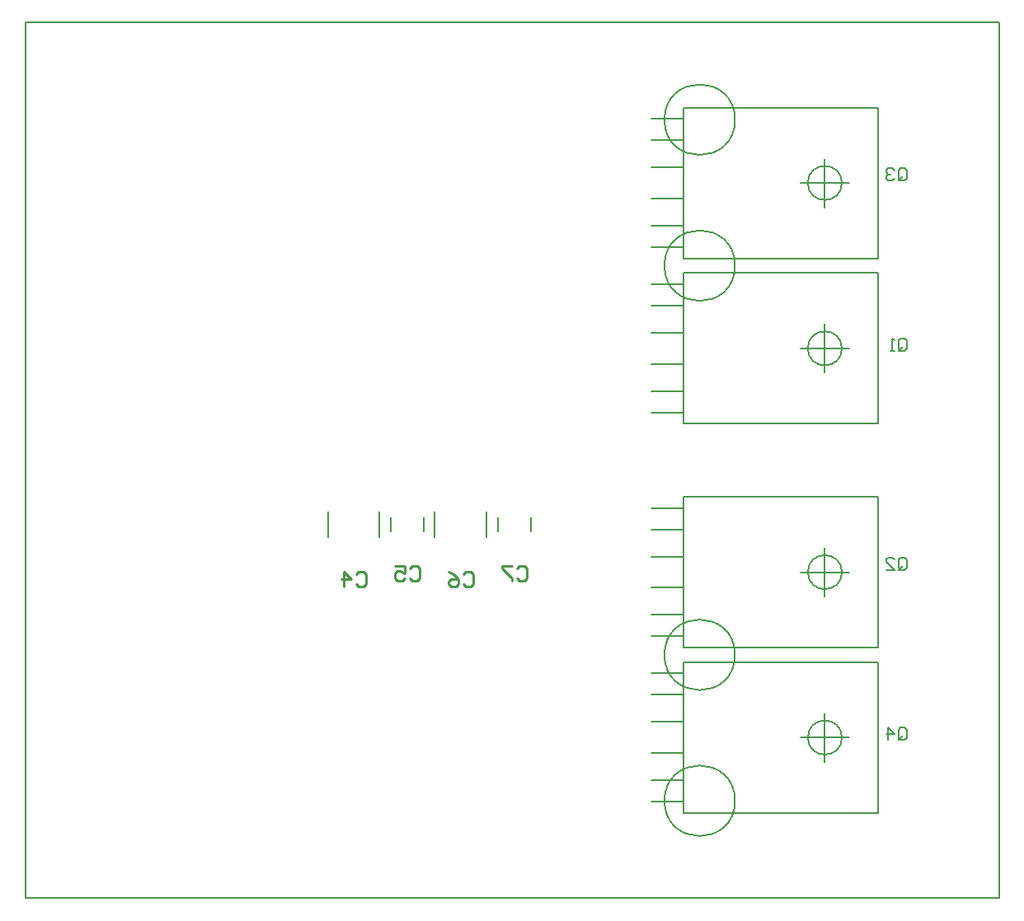
<source format=gbo>
G04 Layer_Color=32896*
%FSLAX25Y25*%
%MOIN*%
G70*
G01*
G75*
%ADD17C,0.00787*%
%ADD35C,0.01000*%
%ADD39C,0.00800*%
D17*
X330118Y45276D02*
G03*
X330118Y45276I-6890J0D01*
G01*
X286909Y-137795D02*
G03*
X286909Y-137795I-14272J0D01*
G01*
Y-78740D02*
G03*
X286909Y-78740I-14272J0D01*
G01*
Y78740D02*
G03*
X286909Y78740I-14272J0D01*
G01*
Y137795D02*
G03*
X286909Y137795I-14272J0D01*
G01*
X330118Y-112205D02*
G03*
X330118Y-112205I-6890J0D01*
G01*
Y-45276D02*
G03*
X330118Y-45276I-6890J0D01*
G01*
Y112205D02*
G03*
X330118Y112205I-6890J0D01*
G01*
X323228Y35433D02*
Y45276D01*
X313386D02*
X323228D01*
Y55118D01*
Y45276D02*
X333071D01*
X252953Y27953D02*
X266142D01*
X252953Y19291D02*
X266142D01*
Y27953D01*
X252953Y38976D02*
X266142D01*
X252953Y51575D02*
X266142D01*
Y38976D02*
Y51575D01*
X252953Y62598D02*
X266142D01*
X252953Y71260D02*
X266142D01*
Y62598D02*
Y71260D01*
X312093Y14764D02*
X334364D01*
X312093Y75787D02*
X334364D01*
X266142Y14764D02*
Y19291D01*
Y27953D02*
Y38976D01*
Y51575D02*
Y62598D01*
Y71260D02*
Y75787D01*
X344882Y14764D02*
Y75787D01*
X334364D02*
X344882D01*
X334364Y14764D02*
X344882D01*
X266142D02*
X312093D01*
X266142Y75787D02*
X312093D01*
X323228Y-122047D02*
Y-112205D01*
X313386D02*
X323228D01*
Y-102362D01*
Y-112205D02*
X333071D01*
X252953Y-129527D02*
X266142D01*
X252953Y-138189D02*
X266142D01*
Y-129527D01*
X252953Y-118504D02*
X266142D01*
X252953Y-105905D02*
X266142D01*
Y-118504D02*
Y-105905D01*
X252953Y-94882D02*
X266142D01*
X252953Y-86221D02*
X266142D01*
Y-94882D02*
Y-86221D01*
X312093Y-142717D02*
X334364D01*
X312093Y-81693D02*
X334364D01*
X266142Y-142717D02*
Y-138189D01*
Y-129527D02*
Y-118504D01*
Y-105905D02*
Y-94882D01*
Y-86221D02*
Y-81693D01*
X344882Y-142717D02*
Y-81693D01*
X334364D02*
X344882D01*
X334364Y-142717D02*
X344882D01*
X266142D02*
X312093D01*
X266142Y-81693D02*
X312093D01*
X323228Y-55118D02*
Y-45276D01*
X313386D02*
X323228D01*
Y-35433D01*
Y-45276D02*
X333071D01*
X252953Y-62598D02*
X266142D01*
X252953Y-71260D02*
X266142D01*
Y-62598D01*
X252953Y-51575D02*
X266142D01*
X252953Y-38976D02*
X266142D01*
Y-51575D02*
Y-38976D01*
X252953Y-27953D02*
X266142D01*
X252953Y-19291D02*
X266142D01*
Y-27953D02*
Y-19291D01*
X312093Y-75787D02*
X334364D01*
X312093Y-14764D02*
X334364D01*
X266142Y-75787D02*
Y-71260D01*
Y-62598D02*
Y-51575D01*
Y-38976D02*
Y-27953D01*
Y-19291D02*
Y-14764D01*
X344882Y-75787D02*
Y-14764D01*
X334364D02*
X344882D01*
X334364Y-75787D02*
X344882D01*
X266142D02*
X312093D01*
X266142Y-14764D02*
X312093D01*
X323228Y102362D02*
Y112205D01*
X313386D02*
X323228D01*
Y122047D01*
Y112205D02*
X333071D01*
X252953Y94882D02*
X266142D01*
X252953Y86221D02*
X266142D01*
Y94882D01*
X252953Y105905D02*
X266142D01*
X252953Y118504D02*
X266142D01*
Y105905D02*
Y118504D01*
X252953Y129528D02*
X266142D01*
X252953Y138189D02*
X266142D01*
Y129528D02*
Y138189D01*
X312093Y81693D02*
X334364D01*
X312093Y142717D02*
X334364D01*
X266142Y81693D02*
Y86221D01*
Y94882D02*
Y105905D01*
Y118504D02*
Y129528D01*
Y138189D02*
Y142717D01*
X344882Y81693D02*
Y142717D01*
X334364D02*
X344882D01*
X334364Y81693D02*
X344882D01*
X266142D02*
X312093D01*
X266142Y142717D02*
X312093D01*
X122244Y-31102D02*
Y-20866D01*
X143110Y-31102D02*
Y-20866D01*
X161024Y-28937D02*
Y-23031D01*
X147638Y-28937D02*
Y-23031D01*
X186417Y-31102D02*
Y-20866D01*
X165551Y-31102D02*
Y-20866D01*
X190945Y-28937D02*
Y-23031D01*
X204331Y-28937D02*
Y-23031D01*
X0Y177165D02*
X393701D01*
Y-177165D02*
Y177165D01*
X0Y-177165D02*
Y177165D01*
Y-177165D02*
X393701D01*
D35*
X133713Y-46180D02*
X134713Y-45181D01*
X136712D01*
X137712Y-46180D01*
Y-50179D01*
X136712Y-51179D01*
X134713D01*
X133713Y-50179D01*
X128715Y-51179D02*
Y-45181D01*
X131714Y-48180D01*
X127715D01*
X155313Y-43680D02*
X156313Y-42681D01*
X158312D01*
X159312Y-43680D01*
Y-47679D01*
X158312Y-48679D01*
X156313D01*
X155313Y-47679D01*
X149315Y-42681D02*
X153314D01*
Y-45680D01*
X151314Y-44680D01*
X150315D01*
X149315Y-45680D01*
Y-47679D01*
X150315Y-48679D01*
X152314D01*
X153314Y-47679D01*
X177013Y-46180D02*
X178013Y-45181D01*
X180012D01*
X181012Y-46180D01*
Y-50179D01*
X180012Y-51179D01*
X178013D01*
X177013Y-50179D01*
X171015Y-45181D02*
X173014Y-46180D01*
X175014Y-48180D01*
Y-50179D01*
X174014Y-51179D01*
X172015D01*
X171015Y-50179D01*
Y-49179D01*
X172015Y-48180D01*
X175014D01*
X198613Y-43680D02*
X199613Y-42681D01*
X201612D01*
X202612Y-43680D01*
Y-47679D01*
X201612Y-48679D01*
X199613D01*
X198613Y-47679D01*
X196614Y-42681D02*
X192615D01*
Y-43680D01*
X196614Y-47679D01*
Y-48679D01*
D39*
X352967Y45124D02*
Y48457D01*
X353800Y49290D01*
X355466D01*
X356299Y48457D01*
Y45124D01*
X355466Y44291D01*
X353800D01*
X354633Y45957D02*
X352967Y44291D01*
X353800D02*
X352967Y45124D01*
X351301Y44291D02*
X349635D01*
X350468D01*
Y49290D01*
X351301Y48457D01*
X352967Y-43458D02*
Y-40126D01*
X353800Y-39293D01*
X355466D01*
X356299Y-40126D01*
Y-43458D01*
X355466Y-44291D01*
X353800D01*
X354633Y-42625D02*
X352967Y-44291D01*
X353800D02*
X352967Y-43458D01*
X347969Y-44291D02*
X351301D01*
X347969Y-40959D01*
Y-40126D01*
X348802Y-39293D01*
X350468D01*
X351301Y-40126D01*
X352967Y114022D02*
Y117354D01*
X353800Y118187D01*
X355466D01*
X356299Y117354D01*
Y114022D01*
X355466Y113189D01*
X353800D01*
X354633Y114855D02*
X352967Y113189D01*
X353800D02*
X352967Y114022D01*
X351301Y117354D02*
X350468Y118187D01*
X348802D01*
X347969Y117354D01*
Y116521D01*
X348802Y115688D01*
X349635D01*
X348802D01*
X347969Y114855D01*
Y114022D01*
X348802Y113189D01*
X350468D01*
X351301Y114022D01*
X352967Y-112356D02*
Y-109024D01*
X353800Y-108191D01*
X355466D01*
X356299Y-109024D01*
Y-112356D01*
X355466Y-113189D01*
X353800D01*
X354633Y-111523D02*
X352967Y-113189D01*
X353800D02*
X352967Y-112356D01*
X348802Y-113189D02*
Y-108191D01*
X351301Y-110690D01*
X347969D01*
M02*

</source>
